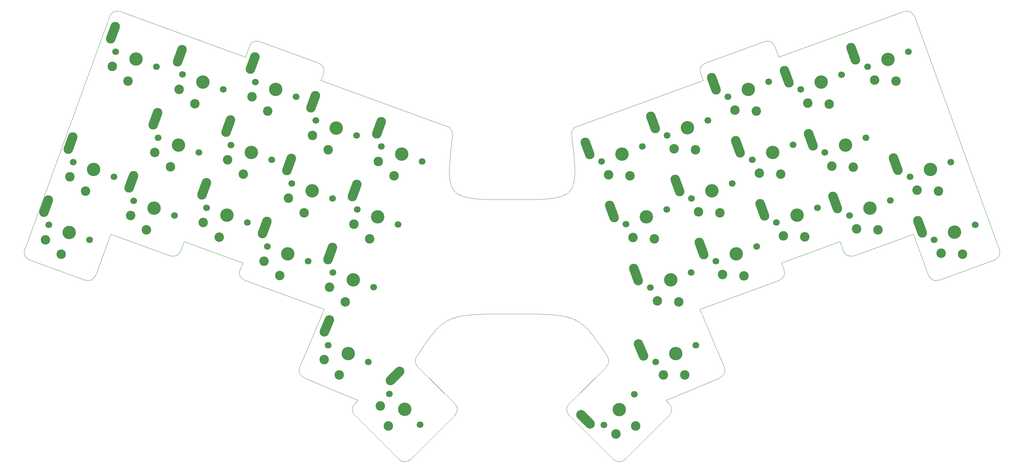
<source format=gbr>
%TF.GenerationSoftware,KiCad,Pcbnew,(6.0.11)*%
%TF.CreationDate,2023-05-11T00:11:01+09:00*%
%TF.ProjectId,gu34-bottom-plate,67753334-2d62-46f7-9474-6f6d2d706c61,rev?*%
%TF.SameCoordinates,Original*%
%TF.FileFunction,Soldermask,Bot*%
%TF.FilePolarity,Negative*%
%FSLAX46Y46*%
G04 Gerber Fmt 4.6, Leading zero omitted, Abs format (unit mm)*
G04 Created by KiCad (PCBNEW (6.0.11)) date 2023-05-11 00:11:01*
%MOMM*%
%LPD*%
G01*
G04 APERTURE LIST*
G04 Aperture macros list*
%AMHorizOval*
0 Thick line with rounded ends*
0 $1 width*
0 $2 $3 position (X,Y) of the first rounded end (center of the circle)*
0 $4 $5 position (X,Y) of the second rounded end (center of the circle)*
0 Add line between two ends*
20,1,$1,$2,$3,$4,$5,0*
0 Add two circle primitives to create the rounded ends*
1,1,$1,$2,$3*
1,1,$1,$4,$5*%
G04 Aperture macros list end*
%TA.AperFunction,Profile*%
%ADD10C,0.100000*%
%TD*%
%ADD11C,0.100000*%
%ADD12C,1.700000*%
%ADD13C,3.400000*%
%ADD14HorizOval,2.400000X-0.564333X1.550493X0.564333X-1.550493X0*%
%ADD15C,2.400000*%
%ADD16HorizOval,2.400000X-1.166726X1.166726X1.166726X-1.166726X0*%
%ADD17HorizOval,2.400000X0.644706X1.518833X-0.644706X-1.518833X0*%
%ADD18HorizOval,2.400000X0.564333X1.550493X-0.564333X-1.550493X0*%
%ADD19HorizOval,2.400000X1.166726X1.166726X-1.166726X-1.166726X0*%
%ADD20HorizOval,2.400000X-0.644706X1.518833X0.644706X-1.518833X0*%
G04 APERTURE END LIST*
D10*
X20014925Y-80820622D02*
X34219476Y-85990656D01*
X182184357Y-120227313D02*
G75*
G03*
X182184351Y-117398880I-1414257J1414213D01*
G01*
X247819286Y-84795286D02*
G75*
G03*
X250382644Y-85990656I1879314J683886D01*
G01*
X40391368Y-18989196D02*
X18819580Y-78257197D01*
X244210828Y-18989168D02*
G75*
G03*
X241647326Y-17793851I-1879428J-684132D01*
G01*
X195047559Y-110697548D02*
X189255547Y-113156111D01*
X55751241Y-79823845D02*
G75*
G03*
X58314640Y-78628572I684059J1879345D01*
G01*
X168042215Y-131541016D02*
G75*
G03*
X170870642Y-131541016I1414214J1414215D01*
G01*
X127212938Y-49078255D02*
G75*
G03*
X125911108Y-46961420I-1985838J237455D01*
G01*
X34219463Y-85990692D02*
G75*
G03*
X36782901Y-84795311I684037J1879392D01*
G01*
X95346573Y-113156111D02*
X103289125Y-116527525D01*
X74545067Y-85980280D02*
X94751830Y-93334940D01*
X116559905Y-131541016D02*
X127873613Y-120227307D01*
X93883621Y-35304368D02*
X125911108Y-46961420D01*
X78322819Y-25428843D02*
X93357901Y-30901165D01*
D11*
X157389197Y-49078253D02*
X157566139Y-50574220D01*
X157726147Y-51976720D01*
X157866730Y-53288770D01*
X157985398Y-54513382D01*
X158079660Y-55653574D01*
X158147028Y-56712359D01*
X158185010Y-57692752D01*
X158191118Y-58597770D01*
X158162860Y-59430426D01*
X158097747Y-60193736D01*
X157993289Y-60890715D01*
X157846995Y-61524378D01*
X157656376Y-62097740D01*
X157418942Y-62613816D01*
X157132202Y-63075621D01*
X156793667Y-63486171D01*
X156400847Y-63848479D01*
X155951251Y-64165562D01*
X155442389Y-64440434D01*
X154871772Y-64676110D01*
X154236909Y-64875606D01*
X153535311Y-65041936D01*
X152764487Y-65178116D01*
X151921947Y-65287160D01*
X151005202Y-65372084D01*
X150011760Y-65435903D01*
X148939133Y-65481631D01*
X147784830Y-65512284D01*
X146546362Y-65530877D01*
X145221237Y-65540424D01*
X143806966Y-65543942D01*
X142301060Y-65544445D01*
D10*
X118117153Y-105405006D02*
G75*
G03*
X118381403Y-107906670I1678447J-1087494D01*
G01*
X190048874Y-33464590D02*
X190718499Y-35304368D01*
D11*
X127212923Y-49078253D02*
X127035980Y-50574220D01*
X126875972Y-51976720D01*
X126735389Y-53288770D01*
X126616721Y-54513382D01*
X126522459Y-55653574D01*
X126455091Y-56712359D01*
X126417109Y-57692752D01*
X126411001Y-58597770D01*
X126439259Y-59430426D01*
X126504372Y-60193736D01*
X126608830Y-60890715D01*
X126755124Y-61524378D01*
X126945743Y-62097740D01*
X127183177Y-62613816D01*
X127469917Y-63075621D01*
X127808452Y-63486171D01*
X128201272Y-63848479D01*
X128650868Y-64165562D01*
X129159730Y-64440434D01*
X129730347Y-64676110D01*
X130365210Y-64875606D01*
X131066808Y-65041936D01*
X131837632Y-65178116D01*
X132680172Y-65287160D01*
X133596917Y-65372084D01*
X134590359Y-65435903D01*
X135662986Y-65481631D01*
X136817289Y-65512284D01*
X138055757Y-65530877D01*
X139380882Y-65540424D01*
X140795153Y-65543942D01*
X142301060Y-65544445D01*
D10*
X195047539Y-110697500D02*
G75*
G03*
X196107106Y-108075076I-781439J1841000D01*
G01*
X156728513Y-117398886D02*
G75*
G03*
X156728507Y-120227307I1414187J-1414214D01*
G01*
X210057053Y-85980280D02*
X189850290Y-93334940D01*
X225398009Y-76184772D02*
X210582773Y-81577077D01*
X168042215Y-131541016D02*
X156728507Y-120227307D01*
X190718499Y-35304368D02*
X158691012Y-46961420D01*
X226287504Y-78628563D02*
G75*
G03*
X228850905Y-79823917I1879396J684063D01*
G01*
X74019347Y-81577077D02*
X73349723Y-83416855D01*
X94553328Y-33464620D02*
G75*
G03*
X93357901Y-30901165I-1879428J684020D01*
G01*
X244002572Y-74309162D02*
X228850905Y-79823917D01*
X18819555Y-78257188D02*
G75*
G03*
X20014925Y-80820622I1879445J-684012D01*
G01*
X42954794Y-17793851D02*
X74760000Y-29370000D01*
X73349724Y-83416855D02*
G75*
G03*
X74545067Y-85980280I1879376J-684045D01*
G01*
X88494956Y-108075051D02*
G75*
G03*
X89554561Y-110697548I1841044J-781449D01*
G01*
X209842120Y-29370000D02*
X208842727Y-26624187D01*
X166220677Y-107906630D02*
G75*
G03*
X166485012Y-105404977I-1414277J1414230D01*
G01*
D11*
X166485012Y-105404977D02*
X165843422Y-104418288D01*
X165235255Y-103493247D01*
X164656430Y-102627865D01*
X164102870Y-101820152D01*
X163570495Y-101068122D01*
X163055227Y-100369784D01*
X162552988Y-99723150D01*
X162059698Y-99126231D01*
X161571279Y-98577040D01*
X161083652Y-98073587D01*
X160592739Y-97613884D01*
X160094461Y-97195942D01*
X159584739Y-96817772D01*
X159059494Y-96477386D01*
X158514648Y-96172795D01*
X157946123Y-95902011D01*
X157349839Y-95663045D01*
X156721718Y-95453908D01*
X156057681Y-95272612D01*
X155353649Y-95117168D01*
X154605545Y-94985587D01*
X153809288Y-94875882D01*
X152960801Y-94786062D01*
X152056005Y-94714140D01*
X151090820Y-94658127D01*
X150061169Y-94616035D01*
X148962973Y-94585874D01*
X147792153Y-94565656D01*
X146544630Y-94553393D01*
X145216326Y-94547096D01*
X143803162Y-94544776D01*
X142301060Y-94544445D01*
D10*
X158691035Y-46961484D02*
G75*
G03*
X157389197Y-49078253I684065J-1879416D01*
G01*
X127873619Y-120227313D02*
G75*
G03*
X127873613Y-117398880I-1414219J1414213D01*
G01*
X59204111Y-76184772D02*
X74019347Y-81577077D01*
X210582773Y-81577077D02*
X211252397Y-83416855D01*
X113731478Y-131541016D02*
G75*
G03*
X116559905Y-131541016I1414214J1414215D01*
G01*
X94553246Y-33464590D02*
X93883621Y-35304368D01*
X40599548Y-74309162D02*
X55751215Y-79823917D01*
X78322834Y-25428801D02*
G75*
G03*
X75759393Y-26624187I-684034J-1879399D01*
G01*
X189255547Y-113156111D02*
X181312995Y-116527525D01*
X102417769Y-120227307D02*
X113731478Y-131541016D01*
X210057037Y-85980237D02*
G75*
G03*
X211252397Y-83416855I-683937J1879337D01*
G01*
X156728507Y-117398880D02*
X166220717Y-107906670D01*
X244210752Y-18989196D02*
X265782540Y-78257197D01*
X103289125Y-116527525D02*
X102417769Y-117398880D01*
X226287480Y-78628572D02*
X225398009Y-76184772D01*
X206279301Y-25428843D02*
X191244219Y-30901165D01*
X127873613Y-117398880D02*
X118381403Y-107906670D01*
X264587170Y-80820552D02*
G75*
G03*
X265782540Y-78257197I-683970J1879352D01*
G01*
D11*
X118117108Y-105404977D02*
X118758697Y-104418288D01*
X119366864Y-103493247D01*
X119945689Y-102627865D01*
X120499249Y-101820152D01*
X121031624Y-101068122D01*
X121546892Y-100369784D01*
X122049131Y-99723150D01*
X122542421Y-99126231D01*
X123030840Y-98577040D01*
X123518467Y-98073587D01*
X124009380Y-97613884D01*
X124507658Y-97195942D01*
X125017380Y-96817772D01*
X125542625Y-96477386D01*
X126087471Y-96172795D01*
X126655996Y-95902011D01*
X127252280Y-95663045D01*
X127880401Y-95453908D01*
X128544438Y-95272612D01*
X129248470Y-95117168D01*
X129996574Y-94985587D01*
X130792831Y-94875882D01*
X131641318Y-94786062D01*
X132546115Y-94714140D01*
X133511299Y-94658127D01*
X134540950Y-94616035D01*
X135639146Y-94585874D01*
X136809966Y-94565656D01*
X138057489Y-94553393D01*
X139385793Y-94547096D01*
X140798957Y-94544776D01*
X142301060Y-94544445D01*
D10*
X264587195Y-80820622D02*
X250382644Y-85990656D01*
X42954792Y-17793857D02*
G75*
G03*
X40391368Y-18989196I-684042J-1879383D01*
G01*
X191244209Y-30901138D02*
G75*
G03*
X190048874Y-33464590I683991J-1879362D01*
G01*
X189850290Y-93334940D02*
X196107106Y-108075076D01*
X36782901Y-84795311D02*
X40599548Y-74309162D01*
X74760000Y-29370000D02*
X75759393Y-26624187D01*
X247819219Y-84795311D02*
X244002572Y-74309162D01*
X208842782Y-26624167D02*
G75*
G03*
X206279301Y-25428843I-1879382J-684033D01*
G01*
X94751830Y-93334940D02*
X88495014Y-108075076D01*
X181312995Y-116527525D02*
X182184351Y-117398880D01*
X241647326Y-17793851D02*
X209842120Y-29370000D01*
X102417775Y-117398886D02*
G75*
G03*
X102417769Y-120227307I1414225J-1414214D01*
G01*
X58314640Y-78628572D02*
X59204111Y-76184772D01*
X182184351Y-120227307D02*
X170870642Y-131541016D01*
X89554561Y-110697548D02*
X95346573Y-113156111D01*
D12*
%TO.C,SW18*%
X213508309Y-51658889D03*
D13*
X208340000Y-53540000D03*
D14*
X199577299Y-52153398D03*
D12*
X203171691Y-55421111D03*
D15*
X210357919Y-59084186D03*
X204941213Y-58820933D03*
%TD*%
%TO.C,SW33*%
X173611930Y-123011930D03*
D13*
X169440000Y-118840000D03*
D12*
X173329087Y-114950913D03*
D16*
X160912292Y-121286589D03*
D12*
X165550913Y-122729087D03*
D15*
X168591472Y-125062540D03*
%TD*%
D12*
%TO.C,SW7*%
X191958309Y-45468889D03*
D15*
X188807919Y-52894186D03*
X183391213Y-52630933D03*
D13*
X186790000Y-47350000D03*
D14*
X178027299Y-45963398D03*
D12*
X181621691Y-49231111D03*
%TD*%
%TO.C,SW16*%
X171171691Y-71811111D03*
X181508309Y-68048889D03*
D13*
X176340000Y-69930000D03*
D15*
X172941213Y-75210933D03*
X178357919Y-75474186D03*
D14*
X167577299Y-68543398D03*
%TD*%
D13*
%TO.C,SW19*%
X226760000Y-51740000D03*
D12*
X231928309Y-49858889D03*
D15*
X223361213Y-57020933D03*
D14*
X217997299Y-50353398D03*
D15*
X228777919Y-57284186D03*
D12*
X221591691Y-53621111D03*
%TD*%
D17*
%TO.C,SW31*%
X95377026Y-97639756D03*
D12*
X105902777Y-106779021D03*
D15*
X98534686Y-110060979D03*
D12*
X95777223Y-102480979D03*
D13*
X100840000Y-104630000D03*
D15*
X94752697Y-106174263D03*
%TD*%
%TO.C,SW2*%
X61952081Y-41234186D03*
X57971860Y-37550731D03*
D13*
X63970000Y-35690000D03*
D18*
X58148672Y-28995245D03*
D12*
X58801691Y-33808889D03*
X69138309Y-37571111D03*
%TD*%
%TO.C,SW1*%
X52228309Y-31791111D03*
D15*
X41061860Y-31770731D03*
D18*
X41238672Y-23215245D03*
D13*
X47060000Y-29910000D03*
D15*
X45042081Y-35454186D03*
D12*
X41891691Y-28028889D03*
%TD*%
D13*
%TO.C,SW5*%
X114400000Y-53980000D03*
D15*
X112382081Y-59524186D03*
D18*
X108578672Y-47285245D03*
D15*
X108401860Y-55840731D03*
D12*
X119568309Y-55861111D03*
X109231691Y-52098889D03*
%TD*%
D15*
%TO.C,SW28*%
X211082904Y-74772044D03*
X216499610Y-75035297D03*
D12*
X209313382Y-71372222D03*
D13*
X214481691Y-69491111D03*
D14*
X205718990Y-68104509D03*
D12*
X219650000Y-67610000D03*
%TD*%
D13*
%TO.C,SW27*%
X199080000Y-79330000D03*
D15*
X201097919Y-84874186D03*
D14*
X190317299Y-77943398D03*
D15*
X195681213Y-84610933D03*
D12*
X204248309Y-77448889D03*
X193911691Y-81211111D03*
%TD*%
%TO.C,SW21*%
X35288309Y-75751111D03*
D13*
X30120000Y-73870000D03*
D18*
X24298672Y-67175245D03*
D15*
X28102081Y-79414186D03*
X24121860Y-75730731D03*
D12*
X24951691Y-71988889D03*
%TD*%
D18*
%TO.C,SW25*%
X96268672Y-79245245D03*
D15*
X100072081Y-91484186D03*
D12*
X96921691Y-84058889D03*
X107258309Y-87821111D03*
D15*
X96091860Y-87800731D03*
D13*
X102090000Y-85940000D03*
%TD*%
%TO.C,SW32*%
X115150000Y-118800000D03*
D15*
X110978070Y-122971930D03*
D19*
X112703411Y-110272292D03*
D12*
X119039087Y-122689087D03*
D15*
X108927460Y-117951472D03*
D12*
X111260913Y-114910913D03*
%TD*%
%TO.C,SW11*%
X31111691Y-56018889D03*
D13*
X36280000Y-57900000D03*
D12*
X41448309Y-59781111D03*
D18*
X30458672Y-51205245D03*
D15*
X34262081Y-63444186D03*
X30281860Y-59760731D03*
%TD*%
D12*
%TO.C,SW14*%
X96808309Y-65241111D03*
D18*
X85818672Y-56665245D03*
D12*
X86471691Y-61478889D03*
D15*
X89622081Y-68904186D03*
X85641860Y-65220731D03*
D13*
X91640000Y-63360000D03*
%TD*%
D12*
%TO.C,SW3*%
X87618309Y-39461111D03*
D18*
X76628672Y-30885245D03*
D13*
X82450000Y-37580000D03*
D15*
X80432081Y-43124186D03*
D12*
X77281691Y-35698889D03*
D15*
X76451860Y-39440731D03*
%TD*%
%TO.C,SW12*%
X51813188Y-53575486D03*
D12*
X52643019Y-49833644D03*
D15*
X55793409Y-57258941D03*
D13*
X57811328Y-51714755D03*
D18*
X51990000Y-45020000D03*
D12*
X62979637Y-53595866D03*
%TD*%
%TO.C,SW9*%
X215471691Y-37611111D03*
D13*
X220640000Y-35730000D03*
D15*
X217241213Y-41010933D03*
D14*
X211877299Y-34343398D03*
D12*
X225808309Y-33848889D03*
D15*
X222657919Y-41274186D03*
%TD*%
D12*
%TO.C,SW20*%
X253448309Y-56008889D03*
D13*
X248280000Y-57890000D03*
D14*
X239517299Y-56503398D03*
D15*
X244881213Y-63170933D03*
D12*
X243111691Y-59771111D03*
D15*
X250297919Y-63434186D03*
%TD*%
D18*
%TO.C,SW15*%
X102448672Y-63265245D03*
D13*
X108270000Y-69960000D03*
D15*
X106252081Y-75504186D03*
D12*
X103101691Y-68078889D03*
X113438309Y-71841111D03*
D15*
X102271860Y-71820731D03*
%TD*%
%TO.C,SW34*%
X180662254Y-110081574D03*
D20*
X174956738Y-103703903D03*
D12*
X178717223Y-106779021D03*
X188842777Y-102480979D03*
D15*
X186085314Y-110060979D03*
D13*
X183780000Y-104630000D03*
%TD*%
D12*
%TO.C,SW22*%
X46491691Y-65828889D03*
D15*
X45661860Y-69570731D03*
X49642081Y-73254186D03*
D12*
X56828309Y-69591111D03*
D13*
X51660000Y-67710000D03*
D18*
X45838672Y-61015245D03*
%TD*%
D13*
%TO.C,SW8*%
X202170000Y-37540000D03*
D15*
X198771213Y-42820933D03*
D14*
X193407299Y-36153398D03*
D12*
X197001691Y-39421111D03*
D15*
X204187919Y-43084186D03*
D12*
X207338309Y-35658889D03*
%TD*%
%TO.C,SW4*%
X92613019Y-45493644D03*
X102949637Y-49255866D03*
D15*
X91783188Y-49235486D03*
X95763409Y-52918941D03*
D13*
X97781328Y-47374755D03*
D18*
X91960000Y-40680000D03*
%TD*%
D12*
%TO.C,SW30*%
X249271691Y-75731111D03*
D15*
X256457919Y-79394186D03*
X251041213Y-79130933D03*
D14*
X245677299Y-72463398D03*
D12*
X259608309Y-71968889D03*
D13*
X254440000Y-73850000D03*
%TD*%
%TO.C,SW13*%
X76281328Y-53564755D03*
D12*
X71113019Y-51683644D03*
D15*
X70283188Y-55425486D03*
D12*
X81449637Y-55445866D03*
D18*
X70460000Y-46870000D03*
D15*
X74263409Y-59108941D03*
%TD*%
D12*
%TO.C,SW24*%
X90648309Y-81201111D03*
D13*
X85480000Y-79320000D03*
D12*
X80311691Y-77438889D03*
D18*
X79658672Y-72625245D03*
D15*
X83462081Y-84864186D03*
X79481860Y-81180731D03*
%TD*%
D14*
%TO.C,SW10*%
X228787299Y-28533398D03*
D15*
X234151213Y-35200933D03*
D13*
X237550000Y-29920000D03*
D12*
X242718309Y-28038889D03*
D15*
X239567919Y-35464186D03*
D12*
X232381691Y-31801111D03*
%TD*%
D13*
%TO.C,SW17*%
X192960000Y-63360000D03*
D12*
X187791691Y-65241111D03*
X198128309Y-61478889D03*
D14*
X184197299Y-61973398D03*
D15*
X189561213Y-68640933D03*
X194977919Y-68904186D03*
%TD*%
%TO.C,SW23*%
X68092081Y-75064186D03*
D13*
X70110000Y-69520000D03*
D18*
X64288672Y-62825245D03*
D12*
X75278309Y-71401111D03*
X64941691Y-67638889D03*
D15*
X64111860Y-71380731D03*
%TD*%
D12*
%TO.C,SW26*%
X187678309Y-84068889D03*
D15*
X184527919Y-91494186D03*
D14*
X173747299Y-84563398D03*
D15*
X179111213Y-91230933D03*
D12*
X177341691Y-87831111D03*
D13*
X182510000Y-85950000D03*
%TD*%
D15*
%TO.C,SW29*%
X229571213Y-72970933D03*
D14*
X224207299Y-66303398D03*
D13*
X232970000Y-67690000D03*
D12*
X227801691Y-69571111D03*
X238138309Y-65808889D03*
D15*
X234987919Y-73234186D03*
%TD*%
D12*
%TO.C,SW6*%
X175358309Y-52098889D03*
D13*
X170190000Y-53980000D03*
D15*
X166791213Y-59260933D03*
X172207919Y-59524186D03*
D12*
X165021691Y-55861111D03*
D14*
X161427299Y-52593398D03*
%TD*%
M02*

</source>
